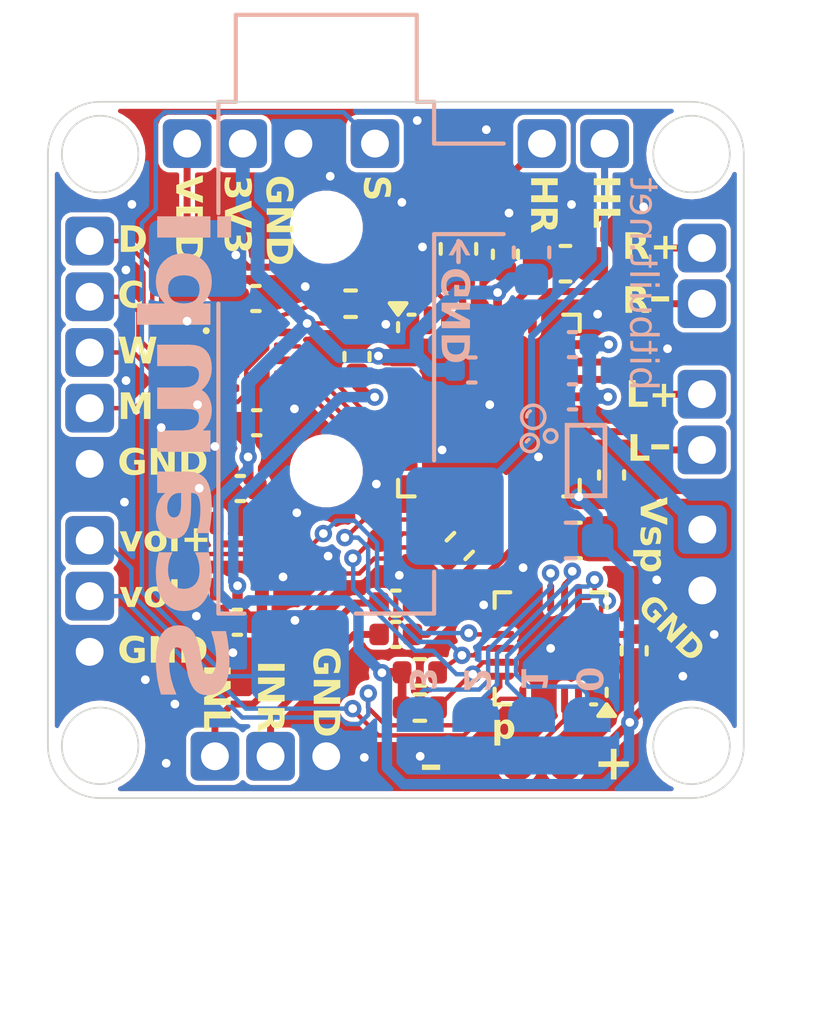
<source format=kicad_pcb>
(kicad_pcb (version 20240706) (generator "pcbnew") (generator_version "8.99")
  (layers (0 "F.Cu" signal) (31 "B.Cu" signal) (34 "B.Paste" user) (35 "F.Paste" user) (36 "B.SilkS" user "B.Silkscreen") (37 "F.SilkS" user "F.Silkscreen") (38 "B.Mask" user) (39 "F.Mask" user) (44 "Edge.Cuts" user))
  (net 0 "")
  (net 1 "+3V3")
  (net 2 "GND")
  (net 3 "VDDIO_EXT")
  (net 4 "+1V8")
  (net 5 "SPVDD")
  (net 6 "Net-(U2-MIC1LP)")
  (net 7 "Net-(C13-Pad2)")
  (net 8 "Net-(U2-MIC1RP)")
  (net 9 "Net-(C14-Pad2)")
  (net 10 "SCL")
  (net 11 "SDA")
  (net 12 "Net-(U2-GPIO1)")
  (net 13 "Net-(U2-SPKL+)")
  (net 14 "Net-(U2-SPKL-)")
  (net 15 "Net-(U2-SPKR-)")
  (net 16 "Net-(U2-SPKR+)")
  (net 17 "/HPS")
  (net 18 "/HPL")
  (net 19 "/HPR")
  (net 21 "RES")
  (net 24 "Net-(U2-MICBIAS)")
  (net 25 "UPDI")
  (net 26 "Net-(JP3-B)")
  (net 28 "Net-(JP1-B)")
  (net 29 "Net-(JP2-B)")
  (net 30 "Net-(JP4-B)")
  (net 33 "/D")
  (net 34 "/D_IN")
  (net 35 "/W")
  (net 36 "/C_IN")
  (net 37 "/W_IN")
  (net 38 "/C")
  (net 39 "/M_IN")
  (net 40 "/M")
  (net 41 "Net-(U3-PC0)")
  (net 42 "Net-(U3-PC1)")
  (net 43 "Net-(U2-HPL)")
  (net 44 "Net-(U2-HPR)")
  (footprint "SamacSys_Parts:pth_pad" (layer "F.Cu") (at 144.4 103.8)
    (property "Reference" "TP9" (hide yes))
    (property "Value" "~")
  )
  (footprint "TestPoint:TestPoint_Pad_D1.0mm" (layer "F.Cu") (at 152.870184 104 90)
    (property "Reference" "TP12" (hide yes))
    (property "Value" "V+")
  )
  (footprint "Capacitor_SMD:C_0402_1005Metric" (layer "F.Cu") (at 154.2 95.72 90)
    (property "Reference" "C8" (hide yes))
    (property "Value" "0.1µF" (hide yes))
  )
  (footprint "SamacSys_Parts:pth_pad" (layer "F.Cu") (at 156.8 90.8)
    (property "Reference" "SPKR-1" (hide yes))
    (property "Value" "~")
  )
  (footprint "Package_DFN_QFN:VQFN-32-1EP_5x5mm_P0.5mm_EP3.5x3.5mm" (layer "F.Cu") (at 150.675 93.725)
    (property "Reference" "U2" (hide yes))
    (property "Value" "TLV320AIC3100" (hide yes))
  )
  (footprint "SamacSys_Parts:pth_pad" (layer "F.Cu") (at 145.2 86.2)
    (property "Reference" "TP17" (hide yes))
    (property "Value" "~")
  )
  (footprint "SamacSys_Parts:pth_pad" (layer "F.Cu") (at 139.2 90.6)
    (property "Reference" "TP3" (hide yes))
    (property "Value" "~")
  )
  (footprint "Resistor_SMD:R_0402_1005Metric" (layer "F.Cu") (at 148.69 102.4)
    (property "Reference" "R2" (hide yes))
    (property "Value" "4.7k" (hide yes))
  )
  (footprint "SamacSys_Parts:pth_pad" (layer "F.Cu") (at 156.8 93.4)
    (property "Reference" "SPKL+1" (hide yes))
    (property "Value" "~")
  )
  (footprint "Capacitor_SMD:C_0603_1608Metric" (layer "F.Cu") (at 152.875 89.65)
    (property "Reference" "C17" (hide yes))
    (property "Value" "47µF")
  )
  (footprint "SamacSys_Parts:pth_pad" (layer "F.Cu") (at 146 103.8)
    (property "Reference" "TP13" (hide yes))
    (property "Value" "GND")
  )
  (footprint "SamacSys_Parts:pth_pad" (layer "F.Cu") (at 142 86.2)
    (property "Reference" "TP1" (hide yes))
    (property "Value" "~")
  )
  (footprint "Package_DFN_QFN:VQFN-20-1EP_3x3mm_P0.4mm_EP1.7x1.7mm" (layer "F.Cu") (at 152.45 100.7 180)
    (property "Reference" "U3" (hide yes))
    (property "Value" "ATTINY1616-MNR" (hide yes))
  )
  (footprint "TestPoint:TestPoint_Pad_D1.0mm" (layer "F.Cu") (at 147.3 96.782031)
    (property "Reference" "TP11" (hide yes))
    (property "Value" "SDA")
  )
  (footprint "Capacitor_SMD:C_0402_1005Metric" (layer "F.Cu") (at 151.15 89.38 90)
    (property "Reference" "C9" (hide yes))
    (property "Value" "0.1µF" (hide yes))
  )
  (footprint "SamacSys_Parts:pth_pad" (layer "F.Cu") (at 156.8 89.2)
    (property "Reference" "SPKR+1" (hide yes))
    (property "Value" "~")
  )
  (footprint "Capacitor_SMD:C_0402_1005Metric" (layer "F.Cu") (at 143.977872 90.649926)
    (property "Reference" "C2" (hide yes))
    (property "Value" "0.1µF" (hide yes))
  )
  (footprint "SamacSys_Parts:pth_pad" (layer "F.Cu") (at 156.809832 99.035239)
    (property "Reference" "TP6" (hide yes))
    (property "Value" "~")
  )
  (footprint "SamacSys_Parts:pth_pad" (layer "F.Cu") (at 142.8 103.8)
    (property "Reference" "TP8" (hide yes))
    (property "Value" "~")
  )
  (footprint "Capacitor_SMD:C_0402_1005Metric" (layer "F.Cu") (at 146.883802 92.32 90)
    (property "Reference" "C5" (hide yes))
    (property "Value" "0.1µF" (hide yes))
  )
  (footprint "Package_TO_SOT_SMD:SOT-353_SC-70-5" (layer "F.Cu") (at 143.5 98.05 -90)
    (property "Reference" "U1" (hide yes))
    (property "Value" "MIC5365-1.8YC5-TR" (hide yes))
  )
  (footprint "Resistor_SMD:R_0402_1005Metric" (layer "F.Cu") (at 146.7 90.8)
    (property "Reference" "R4" (hide yes))
    (property "Value" "100k")
  )
  (footprint "SamacSys_Parts:pth_pad" (layer "F.Cu") (at 147.4 86.2)
    (property "Reference" "DET1" (hide yes))
    (property "Value" "~")
  )
  (footprint "SamacSys_Parts:pth_pad" (layer "F.Cu") (at 152.2 86.2)
    (property "Reference" "HPR1" (hide yes))
    (property "Value" "~")
  )
  (footprint "Resistor_SMD:R_0402_1005Metric" (layer "F.Cu") (at 148.69 101.39)
    (property "Reference" "R3" (hide yes))
    (property "Value" "4.7k" (hide yes))
  )
  (footprint "SamacSys_Parts:pth_pad" (layer "F.Cu") (at 139.2 95.4)
    (property "Reference" "TP16" (hide yes))
    (property "Value" "~")
  )
  (footprint "Capacitor_SMD:C_0603_1608Metric" (layer "F.Cu") (at 149.8 89.225 90)
    (property "Reference" "C18" (hide yes))
    (property "Value" "47µF")
  )
  (footprint "Capacitor_SMD:C_0603_1608Metric" (layer "F.Cu") (at 153.175 97.6 180)
    (property "Reference" "C16" (hide yes))
    (property "Value" "10µF")
  )
  (footprint "Resistor_SMD:R_0402_1005Metric" (layer "F.Cu") (at 149.839376 97.760624 45)
    (property "Reference" "R1" (hide yes))
    (property "Value" "100k")
  )
  (footprint "Capacitor_SMD:C_0402_1005Metric" (layer "F.Cu") (at 154.85 100.769348 -90)
    (property "Reference" "C15" (hide yes))
    (property "Value" "0.1µF" (hide yes))
  )
  (footprint "SamacSys_Parts:pth_pad" (layer "F.Cu") (at 139.2 100.8)
    (property "Reference" "TP15" (hide yes))
    (property "Value" "~")
  )
  (footprint "SamacSys_Parts:pth_pad" (layer "F.Cu") (at 139.2 89)
    (property "Reference" "TP2" (hide yes))
    (property "Value" "~")
  )
  (footprint "SamacSys_Parts:pth_pad" (layer "F.Cu") (at 143.6 86.2)
    (property "Reference" "TP18" (hide yes))
    (property "Value" "~")
  )
  (footprint "SamacSys_Parts:pth_pad" (layer "F.Cu") (at 139.2 93.8)
    (property "Reference" "TP5" (hide yes))
    (property "Value" "~")
  )
  (footprint "SamacSys_Parts:pth_pad" (layer "F.Cu") (at 156.809832 97.285239)
    (property "Reference" "SPVDD1" (hide yes))
    (property "Value" "~")
  )
  (footprint "Capacitor_SMD:C_0402_1005Metric" (layer "F.Cu") (at 143.528053 96.107578 180)
    (property "Reference" "C1" (hide yes))
    (property "Value" "1µF" (hide yes))
  )
  (footprint "TestPoint:TestPoint_Pad_D1.0mm" (layer "F.Cu") (at 148.1 90.2)
    (property "Reference" "TP7" (hide yes))
    (property "Value" "~")
  )
  (footprint "TestPoint:TestPoint_Pad_D1.0mm" (layer "F.Cu") (at 147.537482 97.578631)
    (property "Reference" "TP10" (hide yes))
    (property "Value" "SCL")
  )
  (footprint "SamacSys_Parts:pth_pad" (layer "F.Cu") (at 156.8 95)
    (property "Reference" "SPKL-1" (hide yes))
    (property "Value" "~")
  )
  (footprint "Capacitor_SMD:C_0402_1005Metric" (layer "F.Cu") (at 148 100.3 180)
    (property "Reference" "C14" (hide yes))
    (property "Value" "1µF" (hide yes))
  )
  (footprint "SamacSys_Parts:pth_pad" (layer "F.Cu") (at 139.2 92.2)
    (property "Reference" "TP4" (hide yes))
    (property "Value" "~")
  )
  (footprint "Capacitor_SMD:C_0402_1005Metric" (layer "F.Cu") (at 148 99.4 180)
    (property "Reference" "C13" (hide yes))
    (property "Value" "1µF" (hide yes))
  )
  (footprint "Capacitor_SMD:C_0402_1005Metric" (layer "F.Cu") (at 144.001078 94.218471)
    (property "Reference" "C3" (hide yes))
    (property "Value" "0.1µF" (hide yes))
  )
  (footprint "TestPoint:TestPoint_Pad_D1.0mm" (layer "F.Cu") (at 150.1 104 90)
    (property "Reference" "TP14" (hide yes))
    (property "Value" "GND")
  )
  (footprint "Capacitor_SMD:C_0402_1005Metric" (layer "F.Cu") (at 143.445 99.95 180)
    (property "Reference" "C4" (hide yes))
    (property "Value" "1µF" (hide yes))
  )
  (footprint "SamacSys_Parts:LSF0204GU12X" (layer "F.Cu") (at 144 92.425)
    (property "Reference" "IC1" (hide yes))
    (property "Value" "LSF0204GU12X" (hide yes))
  )
  (footprint "SamacSys_Parts:pth_pad" (layer "F.Cu") (at 139.2 99.2 180)
    (property "Reference" "VOL+1" (hide yes))
    (property "Value" "~")
  )
  (footprint "TestPoint:TestPoint_Pad_D1.0mm" (layer "F.Cu") (at 151.5 104 90)
    (property "Reference" "UPDI1" (hide yes))
    (property "Value" "UPDI")
  )
  (footprint "SamacSys_Parts:pth_pad" (layer "F.Cu") (at 139.2 97.6 180)
    (property "Reference" "VOL-1" (hide yes))
    (property "Value" "~")
  )
  (footprint "SamacSys_Parts:pth_pad" (layer "F.Cu") (at 154 86.2)
    (property "Reference" "HPL1" (hide yes))
    (property "Value" "~")
  )
  (footprint "Capacitor_SMD:C_0402_1005Metric" (layer "B.Cu") (at 153.08 93.475411 180)
    (property "Reference" "C12" (hide yes))
    (property "Value" "0.1µF" (hide yes))
  )
  (footprint "SamacSys_Parts:small_solder_jumper" (layer "B.Cu") (at 150.3 103.2 90)
    (property "Reference" "JP3" (hide yes))
    (property "Value" "SolderJumper_2_Open")
  )
  (footprint "Connector_Audio:Jack_3.5mm_CUI_SJ-3524-SMT_Horizontal" (layer "B.Cu") (at 146 91.1 180)
    (property "Reference" "J1" (hide yes))
    (property "Value" "AudioJack3_SwitchT")
  )
  (footprint "SamacSys_Parts:small_solder_jumper" (layer "B.Cu") (at 148.7 103.2 90)
    (property "Reference" "JP4" (hide yes))
    (property "Value" "SolderJumper_2_Open")
  )
  (footprint "SamacSys_Parts:small_solder_jumper" (layer "B.Cu") (at 153.5 103.2 90)
    (property "Reference" "JP1" (hide yes))
    (property "Value" "SolderJumper_2_Open")
  )
  (footprint "Capacitor_SMD:C_0402_1005Metric" (layer "B.Cu") (at 150.184518 92.703604)
    (property "Reference" "C10" (hide yes))
    (property "Value" "0.1µF" (hide yes))
  )
  (footprint "Capacitor_SMD:C_0603_1608Metric" (layer "B.Cu") (at 151.9 89.325 90)
    (property "Reference" "C7" (hide yes))
    (property "Value" "10µF")
  )
  (footprint "SamacSys_Parts:small_solder_jumper" (layer "B.Cu") (at 151.9 103.2 90)
    (property "Reference" "JP2" (hide yes))
    (property "Value" "SolderJumper_2_Open")
  )
  (footprint "Capacitor_SMD:C_0603_1608Metric" (layer "B.Cu") (at 153.025 97.6 180)
    (property "Reference" "C6" (hide yes))
    (property "Value" "10µF" (hide yes))
  )
  (footprint "Capacitor_SMD:C_0402_1005Metric" (layer "B.Cu") (at 153.08 91.975 180)
    (property "Reference" "C11" (hide yes))
    (property "Value" "0.1µF" (hide yes))
  )
  (gr_arc (start 151.749604 94.76811) (mid 151.782645 94.728237) (end 151.825324 94.69891) (stroke (width 0.1)) (layer "B.SilkS"))
  (gr_arc (start 151.762311 94.05) (mid 151.790342 93.951326) (end 151.866062 93.882126) (stroke (width 0.1)) (layer "B.SilkS"))
  (gr_line (start 149.8 89) (end 149.8 89.6) (stroke (width 0.127)) (layer "B.SilkS"))
  (gr_circle (center 151.95 94.05) (end 151.65 93.9) (stroke (width 0.1)) (fill none) (layer "B.SilkS"))
  (gr_circle (center 151.85 94.8) (end 151.60986 94.743317) (stroke (width 0.1)) (fill none) (layer "B.SilkS"))
  (gr_circle (center 152.45 94.6) (end 152.3 94.5) (stroke (width 0.1)) (fill none) (layer "B.SilkS"))
  (gr_circle (center 156.5 86.5) (end 157.6 86.5) (stroke (width 0.05)) (fill none) (layer "Edge.Cuts"))
  (gr_line (start 156.5 85) (end 139.5 85) (stroke (width 0.05)) (layer "Edge.Cuts"))
  (gr_arc (start 158 103.5) (mid 157.56066 104.56066) (end 156.5 105) (stroke (width 0.05)) (layer "Edge.Cuts"))
  (gr_arc (start 138 86.5) (mid 138.43934 85.43934) (end 139.5 85) (stroke (width 0.05)) (layer "Edge.Cuts"))
  (gr_circle (center 156.5 103.5) (end 157.6 103.5) (stroke (width 0.05)) (fill none) (layer "Edge.Cuts"))
  (gr_arc (start 156.5 85) (mid 157.56066 85.43934) (end 158 86.5) (stroke (width 0.05)) (layer "Edge.Cuts"))
  (gr_circle (center 139.5 86.5) (end 140.6 86.5) (stroke (width 0.05)) (fill none) (layer "Edge.Cuts"))
  (gr_line (start 139.5 105) (end 156.5 105) (stroke (width 0.05)) (layer "Edge.Cuts"))
  (gr_circle (center 139.5 103.5) (end 140.6 103.5) (stroke (width 0.05)) (fill none) (layer "Edge.Cuts"))
  (gr_line (start 138 86.5) (end 138 103.5) (stroke (width 0.05)) (layer "Edge.Cuts"))
  (gr_arc (start 139.5 105) (mid 138.43934 104.56066) (end 138 103.5) (stroke (width 0.05)) (layer "Edge.Cuts"))
  (gr_line (start 158 103.5) (end 158 86.5) (stroke (width 0.05)) (layer "Edge.Cuts"))
  (gr_text "3" (at 148.717939 101.959932 270) (layer "B.SilkS") (effects (font (size 0.75 0.75) (thickness 0.09375)) (justify left mirror)))
  (gr_text "Scampi" (at 140.8 102.3 270) (layer "B.SilkS") (effects (font (size 2 2.5) (thickness 0.4) (bold yes)) (justify left bottom mirror)))
  (gr_text "<" (at 149.85 88.9 90) (layer "B.SilkS") (effects (font (size 0.8 0.5) (thickness 0.16) (bold yes)) (justify left mirror)))
  (gr_text "GND" (at 149.8 89.75 90) (layer "B.SilkS") (effects (font (size 0.8 0.8) (thickness 0.16) (bold yes)) (justify left mirror)))
  (gr_text "🦐" (at 152.73256 96.244573 0) (layer "B.SilkS") (effects (font (size 1.75 1.75) (thickness 0.3) (bold yes)) (justify left bottom)))
  (gr_text "2" (at 150.278038 101.976354 270) (layer "B.SilkS") (effects (font (size 0.75 0.75) (thickness 0.09375)) (justify left mirror)))
  (gr_text "0" (at 153.507715 101.954458 270) (layer "B.SilkS") (effects (font (size 0.75 0.75) (thickness 0.09375)) (justify left mirror)))
  (gr_text "1" (at 151.920247 101.954458 270) (layer "B.SilkS") (effects (font (size 0.75 0.75) (thickness 0.09375)) (justify left mirror)))
  (gr_text "bitbuilt.net" (at 154.6 93.3 -90) (layer "B.SilkS") (effects (font (size 0.8 0.8) (thickness 0.125)) (justify left bottom mirror)))
  (gr_text "HR" (at 152.2 87.1 270) (layer "F.SilkS") (effects (font (size 0.75 0.75) (thickness 0.09375)) (justify left)))
  (gr_text "C" (at 140 90.6 0) (layer "F.SilkS") (effects (font (size 0.75 0.75) (thickness 0.09375)) (justify left)))
  (gr_text "VDD" (at 142 87.1 270) (layer "F.SilkS") (effects (font (size 0.75 0.75) (thickness 0.09375)) (justify left)))
  (gr_text "INR" (at 144.35 101.05 270) (layer "F.SilkS") (effects (font (size 0.75 0.75) (thickness 0.09375)) (justify left)))
  (gr_text "GND" (at 140 100.8 0) (layer "F.SilkS") (effects (font (size 0.75 0.75) (thickness 0.09375)) (justify left)))
  (gr_text "GND" (at 140 95.4 0) (layer "F.SilkS") (effects (font (size 0.75 0.75) (thickness 0.09375)) (justify left)))
  (gr_text "Vsp" (at 155.35 96.35 -90) (layer "F.SilkS") (effects (font (size 0.75 0.75) (thickness 0.09375)) (justify left)))
  (gr_text "L+" (at 154.6 93.45 0) (layer "F.SilkS") (effects (font (size 0.75 0.75) (thickness 0.09375)) (justify left)))
  (gr_text "+" (at 153.675 104.05 0) (layer "F.SilkS") (effects (font (size 1 1) (thickness 0.09375)) (justify left)))
  (gr_text "_" (at 148.75 103.3 0) (layer "F.SilkS") (effects (font (size 1.2 0.75) (thickness 0.09375)) (justify left)))
  (gr_text "R+" (at 154.5 89.2 0) (layer "F.SilkS") (effects (font (size 0.75 0.75) (thickness 0.09375)) (justify left)))
  (gr_text "GND" (at 155.1 99.35 -45) (layer "F.SilkS") (effects (font (size 0.65 0.65) (thickness 0.09375)) (justify left)))
  (gr_text "W" (at 140 92.2 0) (layer "F.SilkS") (effects (font (size 0.75 0.75) (thickness 0.09375)) (justify left)))
  (gr_text "L" (at 154.65 95 0) (layer "F.SilkS") (effects (font (size 0.75 0.75) (thickness 0.09375)) (justify left)))
  (gr_text "S" (at 147.4 87.1 270) (layer "F.SilkS") (effects (font (size 0.75 0.75) (thickness 0.09375)) (justify left)))
  (gr_text "3V3" (at 143.4 87.1 270) (layer "F.SilkS") (effects (font (size 0.75 0.75) (thickness 0.09375)) (justify left)))
  (gr_text "p" (at 150.75 103 0) (layer "F.SilkS") (effects (font (size 0.7 0.7) (thickness 0.09375) (italic yes)) (justify left)))
  (gr_text "D" (at 140 89 0) (layer "F.SilkS") (effects (font (size 0.75 0.75) (thickness 0.09375)) (justify left)))
  (gr_text "HL" (at 154 87.1 270) (layer "F.SilkS") (effects (font (size 0.75 0.75) (thickness 0.09375)) (justify left)))
  (gr_text "-" (at 155.25 94.9 0) (layer "F.SilkS") (effects (font (size 0.75 1.2) (thickness 0.09375)) (justify left)))
  (gr_text "INL" (at 142.8 101.15 270) (layer "F.SilkS") (effects (font (size 0.75 0.75) (thickness 0.09375)) (justify left)))
  (gr_text "GND" (at 144.6 87.1 270) (layer "F.SilkS") (effects (font (size 0.75 0.75) (thickness 0.09375)) (justify left)))
  (gr_text "M" (at 140 93.8 0) (layer "F.SilkS") (effects (font (size 0.75 0.75) (thickness 0.09375)) (justify left)))
  (gr_text "vol-" (at 140.05 99.2 0) (layer "F.SilkS") (effects (font (size 0.75 0.75) (thickness 0.09375)) (justify left)))
  (gr_text "-" (at 155.25 90.65 0) (layer "F.SilkS") (effects (font (size 0.75 1.2) (thickness 0.09375)) (justify left)))
  (gr_text "GND" (at 145.95 100.65 -90) (layer "F.SilkS") (effects (font (size 0.75 0.75) (thickness 0.09375)) (justify left)))
  (gr_text "R\n" (at 154.5 90.75 0) (layer "F.SilkS") (effects (font (size 0.75 0.75) (thickness 0.09375)) (justify left)))
  (gr_text "vol+" (at 140.05 97.6 0) (layer "F.SilkS") (effects (font (size 0.75 0.75) (thickness 0.09375)) (justify left)))
  (segment (start 150.925 90.478159) (end 150.925 91.275) (width 0.25) (layer "F.Cu") (net 1))
  (segment (start 143.521078 94.671078) (end 143.521078 94.218471) (width 0.2) (layer "F.Cu") (net 1))
  (segment (start 147.675 92.475) (end 147.5 92.3) (width 0.2) (layer "F.Cu") (net 1))
  (segment (start 145.45 91.365975) (end 146.644025 91.365975) (width 0.127) (layer "F.Cu") (net 1))
  (segment (start 147.6 101.4) (end 147.61 101.39) (width 0.25) (layer "F.Cu") (net 1))
  (segment (start 155.45 102.101692) (end 155.45 100.762911) (width 0.25) (layer "F.Cu") (net 1))
  (segment (start 150.925 90.475) (end 151.15 90.25) (width 0.25) (layer "F.Cu") (net 1))
  (segment (start 143 97.7) (end 142.85 97.55) (width 0.2) (layer "F.Cu") (net 1))
  (segment (start 143.758053 95.204471) (end 143.753582 95.2) (width 0.3) (layer "F.Cu") (net 1))
  (segment (start 143.75 95.196418) (end 143.75 94.9) (width 0.2) (layer "F.Cu") (net 1))
  (segment (start 144.15 97.1) (end 144.15 97.55) (width 0.2) (layer "F.Cu") (net 1))
  (segment (start 143.758053 95.857578) (end 143.758053 95.204471) (width 0.3) (layer "F.Cu") (net 1))
  (segment (start 145.45 91.365975) (end 145.190975 91.625) (width 0.2) (layer "F.Cu") (net 1))
  (segment (start 148.18 101.39) (end 148.18 102.4) (width 0.25) (layer "F.Cu") (net 1))
  (segment (start 148.225 92.475) (end 147.675 92.475) (width 0.2) (layer "F.Cu") (net 1))
  (segment (start 143.75 94.9) (end 143.521078 94.671078) (width 0.2) (layer "F.Cu") (net 1))
  (segment (start 147.61 101.39) (end 148.18 101.39) (width 0.25) (layer "F.Cu") (net 1))
  (segment (start 143.753582 95.2) (end 143.75 95.196418) (width 0.2) (layer "F.Cu") (net 1))
  (segment (start 144.15 97.1) (end 144.15 96.249525) (width 0.3) (layer "F.Cu") (net 1))
  (segment (start 144.15 97.55) (end 144 97.7) (width 0.2) (layer "F.Cu") (net 1))
  (segment (start 150.925 90.478159) (end 150.925 90.475) (width 0.25) (layer "F.Cu") (net 1))
  (segment (start 146.644025 91.365975) (end 147.21 90.8) (width 0.127) (layer "F.Cu") (net 1))
  (segment (start 154.965785 100.3) (end 154.976437 100.289348) (width 0.2) (layer "F.Cu") (net 1))
  (segment (start 152.870184 104) (end 153.551692 104) (width 0.25) (layer "F.Cu") (net 1))
  (segment (start 145.190975 91.625) (end 144.75 91.625) (width 0.2) (layer "F.Cu") (net 1))
  (segment (start 153.9 100.3) (end 154.965785 100.3) (width 0.2) (layer "F.Cu") (net 1))
  (segment (start 155.45 100.762911) (end 154.976437 100.289348) (width 0.25) (layer "F.Cu") (net 1))
  (segment (start 144 97.7) (end 143 97.7) (width 0.2) (layer "F.Cu") (net 1))
  (segment (start 144.15 96.249525) (end 143.758053 95.857578) (width 0.3) (layer "F.Cu") (net 1))
  (segment (start 153.551692 104) (end 155.45 102.101692) (width 0.25) (layer "F.Cu") (net 1))
  (segment (start 151.15 90.25) (end 151.15 89.86) (width 0.25) (layer "F.Cu") (net 1))
  (segment (start 142.85 97.55) (end 142.85 97.1) (width 0.2) (layer "F.Cu") (net 1))
  (via (at 147.6 101.4) (size 0.5) (drill 0.25) (layers "F.Cu" "B.Cu") (net 1))
  (via (at 147.5 92.3) (size 0.5) (drill 0.25) (layers "F.Cu" "B.Cu") (net 1))
  (via (at 145.45 91.365975) (size 0.5) (drill 0.25) (layers "F.Cu" "B.Cu") (net 1))
  (via (at 150.925 90.478159) (size 0.5) (drill 0.25) (layers "F.Cu" "B.Cu") (net 1))
  (via (at 153.259726 96.345912) (size 0.5) (drill 0.25) (layers "F.Cu" "B.Cu") (net 1))
  (via (at 154.725846 102.825846) (size 0.5) (drill 0.25) (layers "F.Cu" "B.Cu") (net 1))
  (via (at 143.753582 95.2) (size 0.5) (drill 0.25) (layers "F.Cu" "B.Cu") (net 1))
  (segment (start 154 104.6) (end 154.7 103.9) (width 0.3) (layer "B.Cu") (net 1))
  (segment (start 143.753582 95.2) (end 143.753582 95.542548) (width 0.3) (layer "B.Cu") (net 1))
  (segment (start 150.925 90.478159) (end 149.771841 90.478159) (width 0.4) (layer "B.Cu") (net 1))
  (segment (start 154.7 103.9) (end 154.7 98.5) (width 0.3) (layer "B.Cu") (net 1))
  (segment (start 146.384025 92.3) (end 147.5 92.3) (width 0.4) (layer "B.Cu") (net 1))
  (segment (start 144.027 89.942975) (end 144.027 88.418022) (width 0.4) (layer "B.Cu") (net 1))
  (segment (start 143.753582 93.062393) (end 143.753582 95.2) (width 0.4) (layer "B.Cu") (net 1))
  (segment (start 148.213651 104.6) (end 154 104.6) (width 0.3) (layer "B.Cu") (net 1))
  (segment (start 144.027 88.418022) (end 143.6 87.991022) (width 0.4) (layer "B.Cu") (net 1))
  (segment (start 143.6 87.991022) (end 143.6 86.2) (width 0.4) (layer "B.Cu") (net 1))
  (segment (start 148.6 92.3) (end 147.5 92.3) (width 0.4) (layer "B.Cu") (net 1))
  (segment (start 147.743 101.543) (end 147.743 104.129349) (width 0.3) (layer "B.Cu") (net 1))
  (segment (start 145.45 91.365975) (end 144.027 89.942975) (width 0.4) (layer "B.Cu") (net 1))
  (segment (start 154.7 98.5) (end 153.8 97.6) (width 0.3) (layer "B.Cu") (net 1))
  (segment (start 145.45 91.365975) (end 146.384025 92.3) (width 0.4) (layer "B.Cu") (net 1))
  (segment (start 146.927 99.675642) (end 146.927 100.727) (width 0.3) (layer "B.Cu") (net 1))
  (segment (start 146.574358 99.323) (end 146.927 99.675642) (width 0.3) (layer "B.Cu") (net 1))
  (segment (start 148.6 91.65) (end 148.6 92.3) (width 0.4) (layer "B.Cu") (net 1))
  (segment (start 142.9 96.39613) (end 142.9 99.095291) (width 0.3) (layer "B.Cu") (net 1))
  (segment (start 153.8 97.6) (end 153.8 96.9) (width 0.3) (layer "B.Cu") (net 1))
  (segment (start 145.45 91.365975) (end 143.753582 93.062393) (width 0.4) (layer "B.Cu") (net 1))
  (segment (start 149.003604 92.703604) (end 148.6 92.3) (width 0.4) (layer "B.Cu") (net 1))
  (segment (start 151.303159 90.1) (end 151.9 90.1) (width 0.4) (layer "B.Cu") (net 1))
  (segment (start 143.231709 99.427) (end 143.668291 99.427) (width 0.3) (layer "B.Cu") (net 1))
  (segment (start 150.925 90.478159) (end 151.303159 90.1) (width 0.4) (layer "B.Cu") (net 1))
  (segment (start 147.743 104.129349) (end 148.213651 104.6) (width 0.3) (layer "B.Cu") (net 1))
  (segment (start 142.9 99.095291) (end 143.231709 99.427) (width 0.3) (layer "B.Cu") (net 1))
  (segment (start 149.771841 90.478159) (end 148.6 91.65) (width 0.4) (layer "B.Cu") (net 1))
  (segment (start 143.668291 99.427) (end 143.772291 99.323) (width 0.3) (layer "B.Cu") (net 1))
  (segment (start 143.753582 95.542548) (end 142.9 96.39613) (width 0.3) (layer "B.Cu") (net 1))
  (segment (start 149.704518 92.703604) (end 149.003604 92.703604) (width 0.4) (layer "B.Cu") (net 1))
  (segment (start 153.8 96.9) (end 153.25 96.35) (width 0.3) (layer "B.Cu") (net 1))
  (segment (start 146.927 100.727) (end 147.743 101.543) (width 0.3) (layer "B.Cu") (net 1))
  (segment (start 143.772291 99.323) (end 146.574358 99.323) (width 0.3) (layer "B.Cu") (net 1))
  (segment (start 152.425 91.275) (end 152.425 91.975) (width 0.2) (layer "F.Cu") (net 2))
  (segment (start 147.84958 91.975) (end 147.69758 91.823) (width 0.2) (layer "F.Cu") (net 2))
  (segment (start 148.225 91.975) (end 147.84958 91.975) (width 0.2) (layer "F.Cu") (net 2))
  (segment (start 150.425 91.275) (end 150.425 93.475) (width 0.2) (layer "F.Cu") (net 2))
  (segment (start 152.425 95.475) (end 150.675 93.725) (width 0.2) (layer "F.Cu") (net 2))
  (segment (start 152.45 102.15) (end 152.45 100.7) (width 0.2) (layer "F.Cu") (net 2))
  (segment (start 150.925 93.975) (end 150.675 93.725) (width 0.2) (layer "F.Cu") (net 2))
  (segment (start 144 93.25) (end 144 93.737393) (width 0.2) (layer "F.Cu") (net 2))
  (segment (start 153.9 100.7) (end 152.45 100.7) (width 0.2) (layer "F.Cu") (net 2))
  (segment (start 151.925 94.975) (end 150.675 93.725) (width 0.2) (layer "F.Cu") (net 2))
  (segment (start 148.925 91.975) (end 150.675 93.725) (width 0.2) (layer "F.Cu") (net 2))
  (segment (start 154.427089 100.7) (end 154.976437 101.249348) (width 0.2) (layer "F.Cu") (net 2))
  (segment (start 147.69758 91.823) (end 146.900802 91.823) (width 0.2) (layer "F.Cu") (net 2))
  (segment (start 152.05 101.1) (end 152.45 100.7) (width 0.2) (layer "F.Cu") (net 2))
  (segment (start 152.425 91.975) (end 150.675 93.725) (width 0.2) (layer "F.Cu") (net 2))
  (segment (start 152.05 102.15) (end 152.05 101.1) (width 0.2) (layer "F.Cu") (net 2))
  (segment (start 150.675 93.725) (end 150.7 93.7) (width 0.2) (layer "F.Cu") (net 2))
  (segment (start 152.425 96.175) (end 152.425 95.475) (width 0.2) (layer "F.Cu") (net 2))
  (segment (start 148.225 91.975) (end 148.925 91.975) (width 0.2) (layer "F.Cu") (net 2))
  (segment (start 153.125 94.975) (end 151.925 94.975) (width 0.2) (layer "F.Cu") (net 2))
  (segment (start 150.425 93.475) (end 150.675 93.725) (width 0.2) (layer "F.Cu") (net 2))
  (segment (start 153.125 93.975) (end 150.925 93.975) (width 0.2) (layer "F.Cu") (net 2))
  (segment (start 152.425 97.575) (end 152.4 97.6) (width 0.2) (layer "F.Cu") (net 2))
  (segment (start 146.900802 91.823) (end 146.883802 91.84) (width 0.2) (layer "F.Cu") (net 2))
  (segment (start 153.9 100.7) (end 154.427089 100.7) (width 0.2) (layer "F.Cu") (net 2))
  (segment (start 144 93.737393) (end 144.481078 94.218471) (width 0.2) (layer "F.Cu") (net 2))
  (segment (start 152.425 96.175) (end 152.425 97.575) (width 0.2) (layer "F.Cu") (net 2))
  (via (at 145.396916 90.307509) (size 0.5) (drill 0.25) (layers "F.Cu" "B.Cu") (net 2))
  (via (at 150.7 93.7) (size 0.5) (drill 0.25) (layers "F.Cu" "B.Cu") (net 2))
  (via (at 147.440654 95.97991) (size 0.5) (drill 0.25) (layers "F.Cu" "B.Cu") (net 2))
  (via (at 142.35 96.1) (size 0.5) (drill 0.25) (layers "F.Cu" "B.Cu") (net 2))
  (via (at 144.758013 98.647601) (size 0.5) (drill 0.25) (layers "F.Cu" "B.Cu") (net 2))
  (via (at 147.094782 103.833576) (size 0.5) (drill 0.25) (layers "F.Cu" "B.Cu") (net 2))
  (via (at 148.766461 89.168761) (size 0.5) (drill 0.25) (layers "F.Cu" "B.Cu") (net 2))
  (via (at 155.498919 98.731486) (size 0.5) (drill 0.25) (layers "F.Cu" "B.Cu") (net 2))
  (via (at 142.3 93.7) (size 0.5) (drill 0.25) (layers "F.Cu" "B.Cu") (net 2))
  (via (at 145.08595 93.820247) (size 0.5) (drill 0.25) (layers "F.Cu" "B.Cu") (net 2))
  (via (at 152.45 100.7) (size 0.5) (drill 0.25) (layers "F.Cu" "B.Cu") (net 2))
  (via (at 152.1 95.2) (size 0.5) (drill 0.25) (layers "F.Cu" "B.Cu") (net 2))
  (via (at 142 91.3) (size 0.5) (drill 0.25) (layers "F.Cu" "B.Cu") (net 2))
  (via (at 141.256137 94.357826) (size 0.5) (drill 0.25) (layers "F.Cu" "B.Cu") (net 2))
  (via (at 153.05 87.95) (size 0.5) (drill 0.25) (layers "F.Cu" "B.Cu") (net 2))
  (via (at 140.241844 89.830053) (size 0.5) (drill 0.25) (layers "F.Cu" "B.Cu") (net 2))
  (via (at 150.524644 99.451183) (size 0.5) (drill 0.25) (layers "F.Cu" "B.Cu") (net 2))
  (via (at 156.25 101.5) (size 0.5) (drill 0.25) (layers "F.Cu" "B.Cu") (net 2))
  (via (at 146.114003 87.137759) (size 0.5) (drill 0.25) (layers "F.Cu" "B.Cu") (net 2))
  (via (at 149.329349 95) (size 0.5) (drill 0.25) (layers "F.Cu" "B.Cu") (net 2))
  (via (at 142.8 94.9) (size 0.5) (drill 0.25) (layers "F.Cu" "B.Cu") (net 2))
  (via (at 146.054319 98.049657) (size 0.5) (drill 0.25) (layers "F.Cu" "B.Cu") (net 2))
  (via (at 148.174056 87.8877) (size 0.5) (drill 0.25) (layers "F.Cu" "B.Cu") (net 2))
  (via (at 147.711789 91.391233) (size 0.5) (drill 0.25) (layers "F.Cu" "B.Cu") (net 2))
  (via (at 151.253322 88.193726) (size 0.5) (drill 0.25) (layers "F.Cu" "B.Cu") (net 2))
  (via (at 140.245146 93.007561) (size 0.5) (drill 0.25) (layers "F.Cu" "B.Cu") (net 2))
  (via (at 148.7 103.8) (size 0.5) (drill 0.25) (layers "F.Cu" "B.Cu") (net 2))
  (via (at 151.657979 98.382) (size 0.5) (drill 0.25) (layers "F.Cu" "B.Cu") (net 2))
  (via (at 141.65 102.3) (size 0.5) (drill 0.25) (layers "F.Cu" "B.Cu") (net 2))
  (via (at 145.153755 96.804741) (size 0.5) (drill 0.25) (layers "F.Cu" "B.Cu") (net 2))
  (via (at 157.15 100.3) (size 0.5) (drill 0.25) (layers "F.Cu" "B.Cu") (net 2))
  (via (at 155.809233 92.092842) (size 0.5) (drill 0.25) (layers "F.Cu" "B.Cu") (net 2))
  (via (at 155.12226 88.016203) (size 0.5) (drill 0.25) (layers "F.Cu" "B.Cu") (net 2))
  (via (at 141.4 104) (size 0.5) (drill 0.25) (layers "F.Cu" "B.Cu") (net 2))
  (via (at 148.614508 85.537234) (size 0.5) (drill 0.25) (layers "F.Cu" "B.Cu") (net 2))
  (via (at 150.6 85.8) (size 0.5) (drill 0.25) (layers "F.Cu" "B.Cu") (net 2))
  (via (at 140.413992 87.945835) (size 0.5) (drill 0.25) (layers "F.Cu" "B.Cu") (net 2))
  (via (at 142.266406 99.773099) (size 0.5) (drill 0.25) (layers "F.Cu" "B.Cu") (net 2))
  (via (at 140.2 96.5) (size 0.5) (drill 0.25) (layers "F.Cu" "B.Cu") (net 2))
  (via (at 153.8 91.1) (size 0.5) (drill 0.25) (layers "F.Cu" "B.Cu") (net 2))
  (via (at 143.317518 100.823592) (size 0.5) (drill 0.25) (layers "F.Cu" "B.Cu") (net 2))
  (via (at 148.1 98.6) (size 0.5) (drill 0.25) (layers "F.Cu" "B.Cu") (net 2))
  (via (at 140.8 101.6) (size 0.5) (drill 0.25) (layers "F.Cu" "B.Cu") (net 2))
  (segment (start 142.749926 90.649926) (end 143.497872 90.649926) (width 0.2) (layer "F.Cu") (net 3))
  (segment (start 144 91.6) (end 144 91.152054) (width 0.2) (layer "F.Cu") (net 3))
  (segment (start 143.975 91.575) (end 144 91.6) (width 0.2) (layer "F.Cu") (net 3))
  (segment (start 142 86.2) (end 142 89.9) (width 0.2) (layer "F.Cu") (net 3))
  (segment (start 142 89.9) (end 142.749926 90.649926) (width 0.2) (layer "F.Cu") (net 3))
  (segment (start 143.25 91.575) (end 143.975 91.575) (width 0.2) (layer "F.Cu") (net 3))
  (segment (start 144 91.152054) (end 143.497872 90.649926) (width 0.2) (layer "F.Cu") (net 3))
  (segment (start 147.222159 93.483309) (end 147.392781 93.483309) (width 0.3) (layer "F.Cu") (net 4))
  (segment (start 147.575 92.975) (end 147.4 92.8) (width 0.2) (layer "F.Cu") (net 4))
  (segment (start 146.883802 92.8) (end 146.883802 93.144952) (width 0.3) (layer "F.Cu") (net 4))
  (segment (start 144.15 99) (end 144.15 99.725) (width 0.3) (layer "F.Cu") (net 4))
  (segment (start 146.883802 93.144952) (end 147.222159 93.483309) (width 0.3) (layer "F.Cu") (net 4))
  (segment (start 148.225 92.975) (end 147.575 92.975) (width 0.2) (layer "F.Cu") (net 4))
  (segment (start 144.15 99.725) (end 143.925 99.95) (width 0.3) (layer "F.Cu") (net 4))
  (segment (start 147.4 92.8) (end 146.883802 92.8) (width 0.2) (layer "F.Cu") (net 4))
  (segment (start 143.45 99.475) (end 143.925 99.95) (width 0.3) (layer "F.Cu") (net 4))
  (segment (start 143.45 98.9) (end 143.45 99.475) (width 0.3) (layer "F.Cu") (net 4))
  (via (at 147.392781 93.483309) (size 0.5) (drill 0.25) (layers "F.Cu" "B.Cu") (net 4))
  (via (at 143.45 98.9) (size 0.5) (drill 0.25) (layers "F.Cu" "B.Cu") (net 4))
  (segment (start 143.327 96.573) (end 143.327 98.777) (width 0.3) (layer "B.Cu") (net 4))
  (segment (start 147.392781 93.483309) (end 146.416691 93.483309) (width 0.3) (layer "B.Cu") (net 4))
  (segment (start 146.416691 93.483309) (end 143.327 96.573) (width 0.3) (layer "B.Cu") (net 4))
  (segment (start 143.327 98.777) (end 143.45 98.9) (width 0.3) (layer "B.Cu") (net 4))
  (segment (start 153.125411 93.475411) (end 153.125 93.475) (width 0.25) (layer "F.Cu") (net 5))
  (segment (start 153.955627 93.475) (end 153.956038 93.475411) (width 0.2) (layer "F.Cu") (net 5))
  (segment (start 153.125 91.975) (end 153.969837 91.975) (width 0.25) (layer "F.Cu") (net 5))
  (segment (start 153.969837 91.975) (end 153.975794 91.969043) (width 0.2) (layer "F.Cu") (net 5))
  (segment (start 153.956038 93.475411) (end 153.125411 93.475411) (width 0.25) (layer "F.Cu") (net 5))
  (via (at 154.119756 91.969043) (size 0.5) (drill 0.25) (layers "F.Cu" "B.Cu") (net 5))
  (via (at 154.1 93.475411) (size 0.5) (drill 0.25) (layers "F.Cu" "B.Cu") (net 5))
  (segment (start 153.56 94.06) (end 153.56 93.475411) (width 0.4) (layer "B.Cu") (net 5))
  (segment (start 156.785239 97.285239) (end 153.56 94.06) (width 0.4) (layer "B.Cu") (net 5))
  (segment (start 153.56 91.975) (end 153.56 93.475411) (width 0.4) (layer "B.Cu") (net 5))
  (segment (start 153.56 91.975) (end 153.565957 91.969043) (width 0.4) (layer "B.Cu") (net 5))
  (segment (start 153.955627 93.475) (end 153.956038 93.475411) (width 0.2) (layer "B.Cu") (net 5))
  (segment (start 153.56 93.475411) (end 154.1 93.475411) (width 0.4) (layer "B.Cu") (net 5))
  (segment (start 153.969837 91.975) (end 153.975794 91.969043) (width 0.2) (layer "B.Cu") (net 5))
  (segment (start 153.565957 91.969043) (end 153.975794 91.969043) (width 0.4) (layer "B.Cu") (net 5))
  (segment (start 156.809832 97.285239) (end 156.785239 97.285239) (width 0.4) (layer "B.Cu") (net 5))
  (segment (start 149.1 99.4) (end 150.925 97.575) (width 0.2) (layer "F.Cu") (net 6))
  (segment (start 150.925 97.575) (end 150.925 96.175) (width 0.2) (layer "F.Cu") (net 6))
  (segment (start 148.48 99.4) (end 149.1 99.4) (width 0.2) (layer "F.Cu") (net 6))
  (segment (start 146.8 99.4) (end 147.52 99.4) (width 0.2) (layer "F.Cu") (net 7))
  (segment (start 143.9 102.3) (end 146.8 99.4) (width 0.2) (layer "F.Cu") (net 7))
  (segment (start 142.8 102.8) (end 143.3 102.3) (width 0.2) (layer "F.Cu") (net 7))
  (segment (start 142.8 103.8) (end 142.8 102.8) (width 0.2) (layer "F.Cu") (net 7))
  (segment (start 143.3 102.3) (end 143.9 102.3) (width 0.2) (layer "F.Cu") (net 7))
  (segment (start 151.425 97.775) (end 148.9 100.3) (width 0.2) (layer "F.Cu") (net 8))
  (segment (start 151.425 96.175) (end 151.425 97.775) (width 0.2) (layer "F.Cu") (net 8))
  (segment (start 148.9 100.3) (end 148.48 100.3) (width 0.2) (layer "F.Cu") (net 8))
  (segment (start 146.8 100.3) (end 147.52 100.3) (width 0.2) (layer "F.Cu") (net 9))
  (segment (start 144.4 103.8) (end 144.4 102.7) (width 0.2) (layer "F.Cu") (net 9))
  (segment (start 144.4 102.7) (end 146.8 100.3) (width 0.2) (layer "F.Cu") (net 9))
  (segment (start 148.2 97.4) (end 148.710153 97.4) (width 0.127) (layer "F.Cu") (net 10))
  (segment (start 149.425 96.685153) (end 149.425 96.175) (width 0.127) (layer "F.Cu") (net 10))
  (segment (start 150.5 101.1) (end 150 101.6) (width 0.127) (layer "F.Cu") (net 10))
  (segment (start 146.764724 98.109168) (end 146.790832 98.109168) (width 0.127) (layer "F.Cu") (net 10))
  (segment (start 148.021369 97.578631) (end 148.2 97.4) (width 0.127) (layer "F.Cu") (net 10))
  (segment (start 146.790832 98.109168) (end 147.321369 97.578631) (width 0.127) (layer "F.Cu") (net 10))
  (segment (start 151 101.1) (end 150.5 101.1) (width 0.127) (layer "F.Cu") (net 10))
  (segment (start 150.156748 101.443252) (end 150 101.6) (width 0.127) (layer "F.Cu") (net 10))
  (segment (start 148.710153 97.4) (end 149.425 96.685153) (width 0.127) (layer "F.Cu") (net 10))
  (segment (start 147.537482 97.578631) (end 148.021369 97.578631) (width 0.127) (layer "F.Cu") (net 10))
  (segment (start 147.321369 97.578631) (end 147.537482 97.578631) (width 0.127) (layer "F.Cu") (net 10))
  (segment (start 150.21306 101.443252) (end 150.156748 101.443252) (width 0.127) (layer "F.Cu") (net 10))
  (segment (start 150 101.6) (end 149.2 102.4) (width 0.127) (layer "F.Cu") (net 10))
  (via (at 146.764724 98.109168) (size 0.5) (drill 0.25) (layers "F.Cu" "B.Cu") (net 10))
  (via (at 150.21306 101.443252) (size 0.5) (drill 0.25) (layers "F.Cu" "B.Cu") (net 10))
  (segment (start 149.067952 100.767952) (end 148.549532 100.767952) (width 0.127) (layer "B.Cu") (net 10))
  (segment (start 148.549532 100.767952) (end 146.773886 98.992306) (width 0.127) (layer "B.Cu") (net 10))
  (segment (start 146.773886 98.992306) (end 146.773886 98.11833) (width 0.127) (layer "B.Cu") (net 10))
  (segment (start 149.743252 101.443252) (end 149.067952 100.767952) (width 0.127) (layer "B.Cu") (net 10))
  (segment (start 150.21306 101.443252) (end 149.743252 101.443252) (width 0.127) (layer "B.Cu") (net 10))
  (segment (start 146.773886 98.11833) (end 146.764724 98.109168) (width 0.127) (layer "B.Cu") (net 10))
  (segment (start 150.283032 100.866167) (end 150.277616 100.866167) (width 0.127) (layer "F.Cu") (net 11))
  (segment (start 151 100.7) (end 150.449199 100.7) (width 0.127) (layer "F.Cu") (net 11))
  (segment (start 147.778631 96.778631) (end 148 97) (width 0.127) (layer "F.Cu") (net 11))
  (segment (start 150 101) (end 149.9 100.9) (width 0.127) (layer "F.Cu") (net 11))
  (segment (start 146.564247 97.517784) (end 147.3034 96.778631) (width 0.127) (layer "F.Cu") (net 11))
  (segment (start 148.6 97) (end 148.925 96.675) (width 0.127) (layer "F.Cu") (net 11))
  (segment (start 150.243783 100.9) (end 149.9 100.9) (width 0.127) (layer "F.Cu") (net 11))
  (segment (start 148 97) (end 148.6 97) (width 0.127) (layer "F.Cu") (net 11))
  (segment (start 147.3034 96.778631) (end 147.778631 96.778631) (width 0.127) (layer "F.Cu") (net 11))
  (segment (start 150.449199 100.7) (end 150.283032 100.866167) (width 0.127) (layer "F.Cu") (net 11))
  (segment (start 150.277616 100.866167) (end 150.243783 100.9) (width 0.127) (layer "F.Cu") (net 11))
  (segment (start 146.534121 97.517784) (end 146.564247 97.517784) (width 0.127) (layer "F.Cu") (net 11))
  (segment (start 148.925 96.675) (end 148.925 96.175) (width 0.127) (layer "F.Cu") (net 11))
  (segment (start 149.2 101.39) (end 149.9 100.9) (width 0.127) (layer "F.Cu") (net 11))
  (via (at 149.9 100.9) (size 0.5) (drill 0.25) (layers "F.Cu" "B.Cu") (net 11))
  (via (at 146.534121 97.517784) (size 0.5) (drill 0.25) (layers "F.Cu" "B.Cu") (net 11))
  (segment (start 147.205224 99.064434) (end 148.654742 100.513952) (width 0.127) (layer "B.Cu") (net 11))
  (segment (start 147.205224 97.805224) (end 147.205224 99.064434) (width 0.127) (layer "B.Cu") (net 11))
  (segment (start 149.513952 100.513952) (end 149.9 100.9) (width 0.127) (layer "B.Cu") (net 11))
  (segment (start 146.917784 97.517784) (end 147.205224 97.805224) (width 0.127) (layer "B.Cu") (net 11))
  (segment (start 146.534121 97.517784) (end 146.917784 97.517784) (width 0.127) (layer "B.Cu") (net 11))
  (segment (start 148.654742 100.513952) (end 149.513952 100.513952) (width 0.127) (layer "B.Cu") (net 11))
  (segment (start 148.925 91.275) (end 148.925 91.025) (width 0.127) (layer "F.Cu") (net 12))
  (segment (start 148.925 91.025) (end 148.1 90.2) (width 0.127) (layer "F.Cu") (net 12))
  (segment (start 156.8 93.4) (end 155.4 93.4) (width 0.2) (layer "F.Cu") (net 13))
  (segment (start 154.975 92.975) (end 153.125 92.975) (width 0.2) (layer "F.Cu") (net 13))
  (segment (start 155.4 93.4) (end 154.975 92.975) (width 0.2) (layer "F.Cu") (net 13))
  (segment (start 153.125 94.475) (end 154.975 94.475) (width 0.2) (layer "F.Cu") (net 14))
  (segment (start 154.975 94.475) (end 155.5 95) (width 0.2) (layer "F.Cu") (net 14))
  (segment (start 155.5 95) (end 156.8 95) (width 0.2) (layer "F.Cu") (net 14))
  (segment (start 154.7 92.2) (end 154.425 92.475) (width 0.2) (layer "F.Cu") (net 15))
  (segment (start 156.8 90.8) (end 155.6 90.8) (width 0.2) (layer "F.Cu") (net 15))
  (segment (start 154.7 91.7) (end 154.7 92.2) (width 0.2) (layer "F.Cu") (net 15))
  (segment (start 154.425 92.475) (end 153.125 92.475) (width 0.2) (layer "F.Cu") (net 15))
  (segment (start 155.6 90.8) (end 154.7 91.7) (width 0.2) (layer "F.Cu") (net 15))
  (segment (start 152.438854 90.45) (end 154.2 90.45) (width 0.2) (layer "F.Cu") (net 16))
  (segment (start 151.925 90.963854) (end 152.438854 90.45) (width 0.2) (layer "F.Cu") (net 16))
  (segment (start 151.925 91.275) (end 151.925 90.963854) (width 0.2) (layer "F.Cu") (net 16))
  (segment (start 154.2 90.45) (end 155.45 89.2) (width 0.2) (layer "F.Cu") (net 16))
  (segment (start 155.45 89.2) (end 156.8 89.2) (width 0.2) (layer "F.Cu") (net 16))
  (segment (start 149.925 96.175) (end 149.925 96.675) (width 0.127) (layer "F.Cu") (net 17))
  (segment (start 149.065188 98.069033) (end 149.065188 98.065188) (width 0.127) (layer "F.Cu") (net 17))
  (segment (start 146.450332 98.549668) (end 145.104043 99.895957) (width 0.127) (layer "F.Cu") (net 17))
  (segment (start 147.377723 98.119131) (end 146.947186 98.549668) (width 0.127) (layer "F.Cu") (net 17))
  (segment (start 149.426537 98.069033) (end 149.065188 98.069033) (width 0.127) (layer "F.Cu") (net 17))
  (segment (start 149.478752 98.121248) (end 149.426537 98.069033) (width 0.127) (layer "F.Cu") (net 17))
  (segment (start 148.8 97.8) (end 148.15921 97.8) (width 0.127) (layer "F.Cu") (net 17))
  (segment (start 145.104043 99.895957) (end 145.1 99.895957) (width 0.127) (layer "F.Cu") (net 17))
  (segment (start 146.947186 98.549668) (end 146.450332 98.549668) (width 0.127) (layer "F.Cu") (net 17))
  (segment (start 148.15921 97.8) (end 147.840079 98.119131) (width 0.127) (layer "F.Cu") (net 17))
  (segment (start 149.065188 98.065188) (end 148.8 97.8) (width 0.127) (layer "F.Cu") (net 17))
  (segment (start 147.840079 98.119131) (end 147.377723 98.119131) (width 0.127) (layer "F.Cu") (net 17))
  (segment (start 149.925 96.675) (end 148.8 97.8) (width 0.127) (layer "F.Cu") (net 17))
  (via (at 145.1 99.895957) (size 0.5) (drill 0.25) (layers "F.Cu" "B.Cu") (net 17))
  (segment (start 143.11842 101.5) (end 140.7 99.08158) (width 0.127) (layer "B.Cu") (net 17))
  (segment (start 140.7 99.08158) (end 140.7 88.484064) (width 0.127) (layer "B.Cu") (net 17))
  (segment (start 141.1 88.084064) (end 141.1 85.54779) (width 0.127) (layer "B.Cu") (net 17))
  (segment (start 141.34779 85.3) (end 146.5 85.3) (width 0.127) (layer "B.Cu") (net 17))
  (segment (start 144.65 101.5) (end 143.11842 101.5) (width 0.127) (layer "B.Cu") (net 17))
  (segment (start 141.1 85.54779) (end 141.34779 85.3) (width 0.127) (layer "B.Cu") (net 17))
  (segment (start 145.25 100.9) (end 144.65 101.5) (width 0.127) (layer "B.Cu") (net 17))
  (segment (start 146.5 85.3) (end 147.4 86.2) (width 0.127) (layer "B.Cu") (net 17))
  (segment (start 140.7 88.484064) (end 141.1 88.084064) (width 0.127) (layer "B.Cu") (net 17))
  (segment (start 154 88.15) (end 154 86.2) (width 0.2) (layer "F.Cu") (net 18))
  (segment (start 153.65 88.5) (end 154 88.15) (width 0.2) (layer "F.Cu") (net 18))
  (segment (start 153.65 89.65) (end 153.65 88.5) (width 0.2) (layer "F.Cu") (net 18))
  (segment (start 154 86.2) (end 154 89.642102) (width 0.2) (layer "B.Cu") (net 18))
  (segment (start 154 89.642102) (end 151.9 91.742102) (width 0.2) (layer "B.Cu") (net 18))
  (segment (start 151.9 94.7) (end 149.7 96.9) (width 0.2) (layer "B.Cu") (net 18))
  (segment (start 151.9 91.742102) (end 151.9 94.7) (width 0.2) (layer "B.Cu") (net 18))
  (segment (start 146.782615 89.457107) (end 147.496829 88.742893) (width 0.2) (layer "F.Cu") (net 19))
  (segment (start 149.95 88.45) (end 152.2 86.2) (width 0.2) (layer "F.Cu") (net 19))
  (segment (start 143.75 89.75) (end 146.075508 89.75) (width 0.2) (layer "F.Cu") (net 19))
  (segment (start 143.4 89.4) (end 143.75 89.75) (width 0.2) (layer "F.Cu") (net 19))
  (segment (start 148.203936 88.45) (end 149.95 88.45) (width 0.2) (layer "F.Cu") (net 19))
  (via (at 143.4 89.4) (size 0.5) (drill 0.25) (layers "F.Cu" "B.Cu") (net 19))
  (arc (start 148.203936 88.45) (mid 147.821253 88.52612) (end 147.496829 88.742893) (width 0.2) (layer "F.Cu") (net 19))
  (arc (start 146.075508 89.75) (mid 146.458191 89.67388) (end 146.782615 89.457107) (width 0.2) (layer "F.Cu") (net 19))
  (segment (start 143.6995 93.374214) (end 143.6995 92.7005) (width 0.127) (layer "F.Cu") (net 21))
  (segment (start 145.7 90.8) (end 146.19 90.8) (width 0.127) (layer "F.Cu") (net 21))
  (segment (start 145.916702 97.402483) (end 145.328685 97.9905) (width 0.127) (layer "F.Cu") (net 21))
  (segment (start 143.125899 93.624101) (end 143.449613 93.624101) (width 0.127) (layer "F.Cu") (net 21))
  (segment (start 149.425 91.275) (end 149.425 90.725) (width 0.127) (layer "F.Cu") (net 21))
  (segment (start 143.449613 93.624101) (end 143.6995 93.374214) (width 0.127) (layer "F.Cu") (net 21))
  (segment (start 144.3005 91.3995) (end 144.5 91.2) (width 0.127) (layer "F.Cu") (net 21))
  (segment (start 144.3005 92.0995) (end 144.3005 91.3995) (width 0.127) (layer "F.Cu") (net 21))
  (segment (start 145.328685 97.9905) (end 142.3905 97.9905) (width 0.127) (layer "F.Cu") (net 21))
  (segment (start 146.95 90.2895) (end 147.7734 89.735222) (width 0.127) (layer "F.Cu") (net 21))
  (segment (start 144.5 91.2) (end 145.089538 91.023727) (width 0.127) (layer "F.Cu") (net 21))
  (segment (start 146.95 90.2895) (end 146.19 90.8) (width 0.127) (layer "F.Cu") (net 21))
  (segment (start 149.425 90.725) (end 148.496446 89.796446) (width 0.127) (layer "F.Cu") (net 21))
  (segment (start 143.6995 92.7005) (end 144.3005 92.0995) (width 0.127) (layer "F.Cu") (net 21))
  (segment (start 141.8 97.4) (end 141.8 94.95) (width 0.127) (layer "F.Cu") (net 21))
  (segment (start 148.142893 89.65) (end 148.052611 89.65) (width 0.127) (layer "F.Cu") (net 21))
  (segment (start 146.25 90.8) (end 146.19 90.8) (width 0.127) (layer "F.Cu") (net 21))
  (segment (start 150.134737 100.3) (end 151 100.3) (width 0.127) (layer "F.Cu") (net 21))
  (segment (start 150.094689 100.259952) (end 150.134737 100.3) (width 0.127) (layer "F.Cu") (net 21))
  (segment (start 141.8 94.95) (end 143.125899 93.624101) (width 0.127) (layer "F.Cu") (net 21))
  (segment (start 145.089538 91.023727) (end 145.7 90.8) (width 0.127) (layer "F.Cu") (net 21))
  (segment (start 142.3905 97.9905) (end 141.8 97.4) (width 0.127) (layer "F.Cu") (net 21))
  (via (at 150.094689 100.259952) (size 0.5) (drill 0.25) (layers "F.Cu" "B.Cu") (net 21))
  (via (at 145.916702 97.402483) (size 0.5) (drill 0.25) (layers "F.Cu" "B.Cu") (net 21))
  (arc (start 148.496446 89.796446) (mid 148.334234 89.68806) (end 148.142893 89.65) (width 0.127) (layer "F.Cu") (net 21))
  (arc (start 147.7734 89.735222) (mid 147.906647 89.67178) (end 148.052611 89.65) (width 0.127) (layer "F.Cu") (net 21))
  (segment (start 147.459224 97.673505) (end 147.459224 98.959224) (width 0.127) (layer "B.Cu") (net 21))
  (segment (start 146.284922 97.034263) (end 146.819982 97.034263) (width 0.127) (layer "B.Cu") (net 21))
  (segment (start 145.916702 97.402483) (end 146.284922 97.034263) (width 0.127) (layer "B.Cu") (net 21))
  (segment (start 148.759952 100.259952) (end 150.094689 100.259952) (width 0.127) (layer "B.Cu") (net 21))
  (segment (start 147.459224 98.959224) (end 148.759952 100.259952) (width 0.127) (layer "B.Cu") (net 21))
  (segment (start 146.819982 97.034263) (end 147.459224 97.673505) (width 0.127) (layer "B.Cu") (net 21))
  (segment (start 150.425 96.175) (end 150.425 97.175) (width 0.2) (layer "F.Cu") (net 24))
  (segment (start 150.425 97.175) (end 150.2 97.4) (width 0.2) (layer "F.Cu") (net 24))
  (segment (start 151.6 104) (end 151.5 104) (width 0.127) (layer "F.Cu") (net 25))
  (segment (start 152.85 102.75) (end 151.6 104) (width 0.127) (layer "F.Cu") (net 25))
  (segment (start 152.85 102.15) (end 152.85 102.75) (width 0.127) (layer "F.Cu") (net 25))
  (segment (start 152.85 99.25) (end 152.85 98.85) (width 0.127) (layer "F.Cu") (net 26))
  (segment (start 152.85 98.85) (end 153.072451 98.627549) (width 0.127) (layer "F.Cu") (net 26))
  (segment (start 153.072451 98.627549) (end 153.072451 98.484931) (width 0.127) (layer "F.Cu") (net 26))
  (via (at 153.072451 98.484931) (size 0.5) (drill 0.25) (layers "F.Cu" "B.Cu") (net 26))
  (segment (start 153.072451 98.686759) (end 153.072451 98.484931) (width 0.127) (layer "B.Cu") (net 26))
  (segment (start 150.3 102.338484) (end 150.90756 101.730924) (width 0.127) (layer "B.Cu") (net 26))
  (segment (start 150.90756 100.85165) (end 153.072451 98.686759) (width 0.127) (layer "B.Cu") (net 26))
  (segment (start 150.90756 101.730924) (end 150.90756 100.85165) (width 0.127) (layer "B.Cu") (net 26))
  (segment (start 150.3 102.6) (end 150.3 102.338484) (width 0.127) (layer "B.Cu") (net 26))
  (segment (start 153.9 99.511529) (end 154.078546 99.332983) (width 0.127) (layer "F.Cu") (net 28))
  (segment (start 153.9 99.9) (end 153.9 99.511529) (width 0.127) (layer "F.Cu") (net 28))
  (via (at 154.078546 99.332983) (size 0.5) (drill 0.25) (layers "F.Cu" "B.Cu") (net 28))
  (segment (start 151.454 101.454) (end 151.454 101.02363) (width 0.127) (layer "B.Cu") (net 28))
  (segment (start 153.5 102) (end 153.3 101.8) (width 0.127) (layer "B.Cu") (net 28))
  (segment (start 153.3 101.8) (end 151.8 101.8) (width 0.127) (layer "B.Cu") (net 28))
  (segment (start 151.454 101.02363) (end 153.27763 99.2) (width 0.127) (layer "B.Cu") (net 28))
  (segment (start 153.27763 99.2) (end 153.945563 99.2) (width 0.127) (layer "B.Cu") (net 28))
  (segment (start 151.8 101.8) (end 151.454 101.454) (width 0.127) (layer "B.Cu") (net 28))
  (segment (start 153.5 102.6) (end 153.5 102) (width 0.127) (layer "B.Cu") (net 28))
  (segment (start 153.945563 99.2) (end 154.078546 99.332983) (width 0.127) (layer "B.Cu") (net 28))
  (segment (start 153.25 99.25) (end 153.55 99.25) (width 0.127) (layer "F.Cu") (net 29))
  (segment (start 153.55 99.25) (end 153.713381 99.086619) (width 0.127) (layer "F.Cu") (net 29))
  (segment (start 153.713381 99.086619) (end 153.713381 98.729789) (width 0.127) (layer "F.Cu") (net 29))
  (via (at 153.713381 98.729789) (size 0.5) (drill 0.25) (layers "F.Cu" "B.Cu") (net 29))
  (segment (start 153.713381 98.729789) (end 153.517739 98.925431) (width 0.127) (layer "B.Cu") (net 29))
  (segment (start 151.2 101.7) (end 151.9 102.4) (width 0.127) (layer "B.Cu") (net 29))
  (segment (start 151.9 102.4) (end 151.9 102.6) (width 0.127) (layer "B.Cu") (net 29))
  (segment (start 151.2 100.91842) (end 151.2 101.7) (width 0.127) (layer "B.Cu") (net 29))
  (segment (start 153.192989 98.925431) (end 151.2 100.91842) (width 0.127) (layer "B.Cu") (net 29))
  (segment (start 153.517739 98.925431) (end 153.192989 98.925431) (width 0.127) (layer "B.Cu") (net 29))
  (segment (start 152.45 99.25) (end 152.45 98.542423) (width 0.127) (layer "F.Cu") (net 30))
  (segment (start 152.45 98.542423) (end 152.447901 98.540324) (width 0.127) (layer "F.Cu") (net 30))
  (via (at 152.447901 98.540324) (size 0.5) (drill 0.25) (layers "F.Cu" "B.Cu") (net 30))
  (segment (start 150.395522 101.883752) (end 150.65356 101.625714) (width 0.127) (layer "B.Cu") (net 30))
  (segment (start 150.65356 100.74644) (end 152.447901 98.952099) (width 0.127) (layer "B.Cu") (net 30))
  (segment (start 148.7 102.6) (end 148.7 102) (width 0.127) (layer "B.Cu") (net 30))
  (segment (start 152.447901 98.952099) (end 152.447901 98.540324) (width 0.127) (layer "B.Cu") (net 30))
  (segment (start 148.7 102) (end 148.816248 101.883752) (width 0.127) (layer "B.Cu") (net 30))
  (segment (start 150.65356 101.625714) (end 150.65356 100.74644) (width 0.127) (layer "B.Cu") (net 30))
  (segment (start 148.816248 101.883752) (end 150.395522 101.883752) (width 0.127) (layer "B.Cu") (net 30))
  (segment (start 148.225 93.975) (end 147.170426 93.975) (width 0.127) (layer "F.Cu") (net 33))
  (segment (start 147.170426 93.975) (end 145.220426 92.025) (width 0.127) (layer "F.Cu") (net 33))
  (segment (start 145.220426 92.025) (end 144.75 92.025) (width 0.127) (layer "F.Cu") (net 33))
  (segment (start 141.425 92.025) (end 141 91.6) (width 0.127) (layer "F.Cu") (net 34))
  (segment (start 143.25 92.025) (end 141.425 92.025) (width 0.127) (layer "F.Cu") (net 34))
  (segment (start 141 89.8) (end 140.2 89) (width 0.127) (layer "F.Cu") (net 34))
  (segment (start 141 91.6) (end 141 89.8) (width 0.127) (layer "F.Cu") (net 34))
  (segment (start 140.2 89) (end 139.2 89) (width 0.127) (layer "F.Cu") (net 34))
  (segment (start 147.311216 94.475) (end 145.261216 92.425) (width 0.127) (layer "F.Cu") (net 35))
  (segment (start 148.225 94.475) (end 147.311216 94.475) (width 0.127) (layer "F.Cu") (net 35))
  (segment (start 145.261216 92.425) (end 144.75 92.425) (width 0.127) (layer "F.Cu") (net 35))
  (segment (start 143.25 92.425) (end 141.225 92.425) (width 0.127) (layer "F.Cu") (net 36))
  (segment (start 140.6 91.8) (end 140.6 91.020453) (width 0.127) (layer "F.Cu") (net 36))
  (segment (start 140.179547 90.6) (end 139.2 90.6) (width 0.127) (layer "F.Cu") (net 36))
  (segment (start 141.225 92.425) (end 140.6 91.8) (width 0.127) (layer "F.Cu") (net 36))
  (segment (start 140.6 91.020453) (end 140.179547 90.6) (width 0.127) (layer "F.Cu") (net 36))
  (segment (start 141.084009 92.825) (end 140.459009 92.2) (width 0.127) (layer "F.Cu") (net 37))
  (segment (start 143.25 92.825) (end 141.084009 92.825) (width 0.127) (layer "F.Cu") (net 37))
  (segment (start 140.459009 92.2) (end 139.2 92.2) (width 0.127) (layer "F.Cu") (net 37))
  (segment (start 147.452006 94.975) (end 148.225 94.975) (width 0.127) (layer "F.Cu") (net 38))
  (segment (start 145.302006 92.825) (end 147.452006 94.975) (width 0.127) (layer "F.Cu") (net 38))
  (segment (start 144.75 92.825) (end 145.302006 92.825) (width 0.127) (layer "F.Cu") (net 38))
  (segment (start 140.5 93.8) (end 139.2 93.8) (width 0.127) (layer "F.Cu") (net 39))
  (segment (start 143.25 93.225) (end 141.075 93.225) (width 0.127) (layer "F.Cu") (net 39))
  (segment (start 141.075 93.225) (end 140.5 93.8) (width 0.127) (layer "F.Cu") (net 39))
  (segment (start 147.592796 95.475) (end 148.225 95.475) (width 0.127) (layer "F.Cu") (net 40))
  (segment (start 145.342796 93.225) (end 147.592796 95.475) (width 0.127) (layer "F.Cu") (net 40))
  (segment (start 144.75 93.225) (end 145.342796 93.225) (width 0.127) (layer "F.Cu") (net 40))
  (segment (start 147.208323 101.991841) (end 147.208323 102.241054) (width 0.127) (layer "F.Cu") (net 41))
  (segment (start 147.7105 102.9105) (end 149.8895 102.9105) (width 0.127) (layer "F.Cu") (net 41))
  (segment (start 147.201075 102.401075) (end 147.7105 102.9105) (width 0.127) (layer "F.Cu") (net 41))
  (segment (start 147.208323 102.241054) (end 147.201075 102.248302) (width 0.127) (layer "F.Cu") (net 41))
  (segment (start 149.8895 102.9105) (end 151 101.8) (width 0.127) (layer "F.Cu") (net 41))
  (segment (start 147.201075 102.248302) (end 147.201075 102.401075) (width 0.127) (layer "F.Cu") (net 41))
  (segment (start 151 101.8) (end 151 101.5) (width 0.127) (layer "F.Cu") (net 41))
  (via (at 147.208323 101.991841) (size 0.5) (drill 0.25) (layers "F.Cu" "B.Cu") (net 41))
  (segment (start 146.943037 102.871264) (end 147.208323 102.605978) (width 0.127) (layer "B.Cu") (net 41))
  (segment (start 147.208323 102.605978) (end 147.208323 101.991841) (width 0.127) (layer "B.Cu") (net 41))
  (segment (start 146.578113 102.871264) (end 146.943037 102.871264) (width 0.127) (layer "B.Cu") (net 41))
  (segment (start 143.584764 102.684764) (end 146.391613 102.684764) (width 0.127) (layer "B.Cu") (net 41))
  (segment (start 139.2 99.2) (end 140.1 99.2) (width 0.127) (layer "B.Cu") (net 41))
  (segment (start 140.1 99.2) (end 143.584764 102.684764) (width 0.127) (layer "B.Cu") (net 41))
  (segment (start 146.391613 102.684764) (end 146.578113 102.871264) (width 0.127) (layer "B.Cu") (net 41))
  (segment (start 150.079605 103.079605) (end 149.95921 103.2) (width 0.127) (layer "F.Cu") (net 42))
  (segment (start 147.5 103.2) (end 147.2 102.9) (width 0.127) (layer "F.Cu") (net 42))
  (segment (start 150.979605 102.179605) (end 150.079605 103.079605) (width 0.127) (layer "F.Cu") (net 42))
  (segment (start 151.65 102.15) (end 151.00921 102.15) (width 0.127) (layer "F.Cu") (net 42))
  (segment (start 151.00921 102.15) (end 150.979605 102.179605) (width 0.127) (layer "F.Cu") (net 42))
  (segment (start 147.2 102.9) (end 146.760575 102.460575) (width 0.127) (layer "F.Cu") (net 42))
  (segment (start 146.760575 102.460575) (end 146.760575 102.430764) (width 0.127) (layer "F.Cu") (net 42))
  (segment (start 149.95921 103.2) (end 148.9 103.2) (width 0.127) (layer "F.Cu") (net 42))
  (segment (start 148.9 103.2) (end 147.5 103.2) (width 0.127) (layer "F.Cu") (net 42))
  (via (at 146.760575 102.430764) (size 0.5) (drill 0.25) (layers "F.Cu" "B.Cu") (net 42))
  (segment (start 139.6 97.6) (end 139.2 97.6) (width 0.127) (layer "B.Cu") (net 42))
  (segment (start 140.4 98.4) (end 139.6 97.6) (width 0.127) (layer "B.Cu") (net 42))
  (segment (start 143.689974 102.430764) (end 140.4 99.14079) (width 0.127) (layer "B.Cu") (net 42))
  (segment (start 146.760575 102.430764) (end 143.689974 102.430764) (width 0.127) (layer "B.Cu") (net 42))
  (segment (start 140.4 99.14079) (end 140.4 98.4) (width 0.127) (layer "B.Cu") (net 42))
  (segment (start 152.1 90.1) (end 152.1 89.65) (width 0.2) (layer "F.Cu") (net 43))
  (segment (start 151.425 90.775) (end 152.1 90.1) (width 0.2) (layer "F.Cu") (net 43))
  (segment (start 151.425 91.275) (end 151.425 90.775) (width 0.2) (layer "F.Cu") (net 43))
  (segment (start 149.925 91.275) (end 149.925 90.725) (width 0.2) (layer "F.Cu") (net 44))
  (segment (start 149.925 90.725) (end 149.8 90.6) (width 0.2) (layer "F.Cu") (net 44))
  (segment (start 149.8 90.6) (end 149.8 90) (width 0.2) (layer "F.Cu") (net 44))
  (zone (net 5) (net_name "SPVDD") (layer "F.Cu") (priority 1) (connect_pads yes (clearance 0.127)) (min_thickness 0.127) (fill yes (thermal_gap 0.5) (thermal_bridge_width 0.5) (smoothing fillet) (radius 0.5))
    (polygon (pts (xy 154.6 96.9) (xy 156 96.4) (xy 157.5 96.4) (xy 157.7 96.6) (xy 157.7 98) (xy 157.5 98.2) (xy 153.4 98.2) (xy 153.2 98) (xy 153.2 97.1) (xy 153.5 96.9)))
  )
  (zone (net 1) (net_name "+3V3") (layer "F.Cu") (priority 2) (connect_pads yes (clearance 0.127)) (min_thickness 0.127) (fill yes (thermal_gap 0.5) (thermal_bridge_width 0.5) (smoothing fillet) (radius 0.5))
    (polygon (pts (xy 152.725 95.5) (xy 152.725 95.35) (xy 153.525 95.475) (xy 154.411142 95.875338) (xy 154.51 95.92) (xy 154.51 96.4) (xy 154.51 96.48) (xy 154.3 96.7) (xy 153 96.7) (xy 152.725 96.3)))
  )
  (zone (net 2) (net_name "GND") (layers "F&B.Cu") (priority 1) (connect_pads yes (clearance 0.127)) (min_thickness 0.127) (fill yes (thermal_gap 0.5) (thermal_bridge_width 0.5) (smoothing fillet) (radius 0.5))
    (polygon (pts (xy 138 105) (xy 138 85) (xy 158 85) (xy 158 105)))
  )
)
</source>
